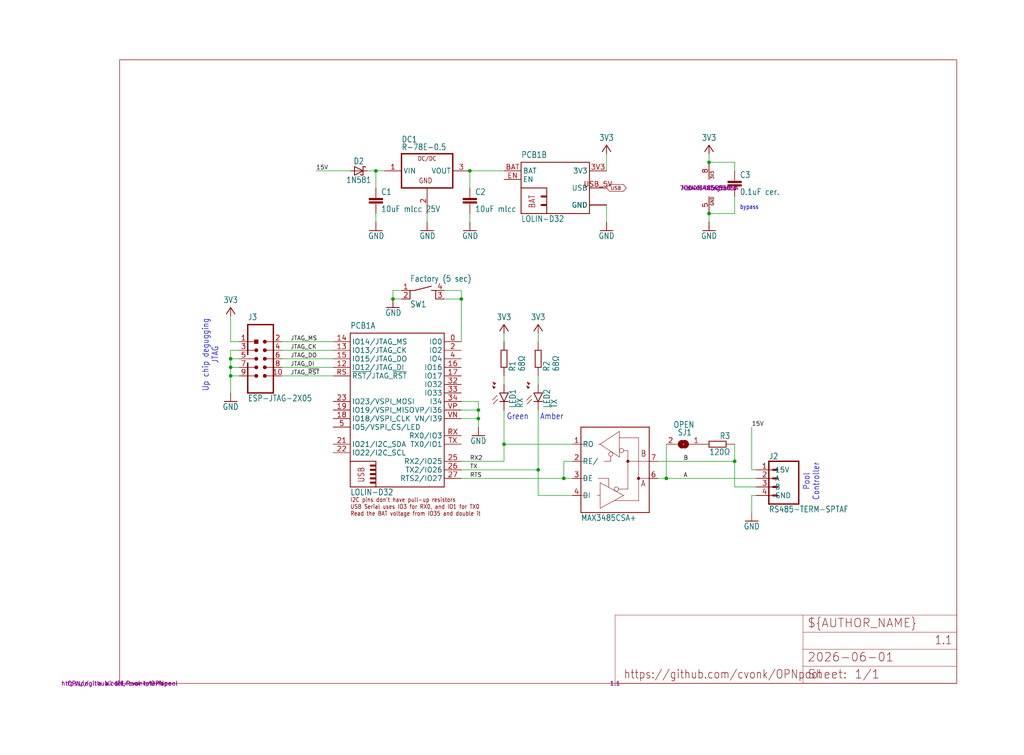
<source format=kicad_sch>
(kicad_sch (version 20250114) (generator "eeschema") (generator_version "9.0")
  (paper "User" 304.47 224.536)
  (lib_symbols
    (symbol "OPNpool_r3-eagle-import:1-1825910-4"
      (property "Reference" "SW" (at -2.5419 2.5438 0))
      (symbol "1-1825910-4_1_0"
        (polyline (pts (xy -2.54 0) (xy -2.54 -2.54)) (stroke (width 0.254)))
        (polyline (pts (xy -2.54 0) (xy -1.27 0)) (stroke (width 0.254)))
        (polyline (pts (xy -1.27 0) (xy 3.81 1.27)) (stroke (width 0.254)))
        (polyline (pts (xy 3.81 0) (xy 5.08 0)) (stroke (width 0.254)))
        (polyline (pts (xy 5.08 0) (xy 5.08 -2.54)) (stroke (width 0.254)))
        (pin passive line (at -5.08 0 0) (length 2.54) (name "1") (number "1"))
        (pin passive line (at -5.08 -2.54 0) (length 2.54) (name "2") (number "2"))
        (pin passive line (at 7.62 0 180) (length 2.54) (name "4") (number "4"))
        (pin passive line (at 7.62 -2.54 180) (length 2.54) (name "3") (number "3"))
      )
    )
    (symbol "OPNpool_r3-eagle-import:1N581"
      (property "Reference" "D" (at 0 1.905 0))
      (symbol "1N581_1_0"
        (polyline (pts (xy -1.27 1.27) (xy -1.27 -1.27)) (stroke (width 0.254)))
        (polyline (pts (xy -1.27 -1.27) (xy 1.27 0)) (stroke (width 0.254)))
        (polyline (pts (xy 0.635 -1.016) (xy 0.635 -1.27)) (stroke (width 0.254)))
        (polyline (pts (xy 1.27 1.27) (xy 1.27 0)) (stroke (width 0.254)))
        (polyline (pts (xy 1.27 0) (xy -1.27 1.27)) (stroke (width 0.254)))
        (polyline (pts (xy 1.27 0) (xy 1.27 -1.27)) (stroke (width 0.254)))
        (polyline (pts (xy 1.27 -1.27) (xy 0.635 -1.27)) (stroke (width 0.254)))
        (polyline (pts (xy 1.905 1.27) (xy 1.27 1.27)) (stroke (width 0.254)))
        (polyline (pts (xy 1.905 1.27) (xy 1.905 1.016)) (stroke (width 0.254)))
        (pin passive line (at -2.54 0 0) (length 2.54) (name "A") (number "A"))
        (pin passive line (at 2.54 0 180) (length 2.54) (name "C") (number "C"))
      )
    )
    (symbol "OPNpool_r3-eagle-import:3V3" (power)
      (symbol "3V3_1_0"
        (polyline (pts (xy 0 0) (xy -1.27 -1.905)) (stroke (width 0.254)))
        (polyline (pts (xy 1.27 -1.905) (xy 0 0)) (stroke (width 0.254)))
        (pin power_in line (at 0 -2.54 90) (length 2.54) (name "3V3") (number "1"))
      )
    )
    (symbol "OPNpool_r3-eagle-import:C-EUC0805K"
      (property "Reference" "C" (at 1.524 0.381 0))
      (symbol "C-EUC0805K_1_0"
        (rectangle (start -2.032 -1.016) (end 2.032 -0.508) (fill (type outline)))
        (rectangle (start -2.032 -2.032) (end 2.032 -1.524) (fill (type outline)))
        (polyline (pts (xy 0 0) (xy 0 -0.508)) (stroke (width 0.1524)))
        (polyline (pts (xy 0 -2.54) (xy 0 -2.032)) (stroke (width 0.1524)))
        (pin passive line (at 0 2.54 270) (length 2.54) (name "1") (number "1"))
        (pin passive line (at 0 -5.08 90) (length 2.54) (name "2") (number "2"))
      )
    )
    (symbol "OPNpool_r3-eagle-import:ESP-JTAG-2X05"
      (property "Reference" "J" (at 0 21.59 0))
      (symbol "ESP-JTAG-2X05_1_0"
        (polyline (pts (xy 0 20.32) (xy 0 15.24)) (stroke (width 0.4064)))
        (polyline (pts (xy 0 20.32) (xy 7.62 20.32)) (stroke (width 0.4064)))
        (polyline (pts (xy 0 15.24) (xy 0 12.7)) (stroke (width 0.4064)))
        (polyline (pts (xy 0 15.24) (xy 2.54 15.24)) (stroke (width 0.1778)))
        (polyline (pts (xy 0 12.7) (xy 0 11.43)) (stroke (width 0.4064)))
        (polyline (pts (xy 0 12.7) (xy 2.54 12.7)) (stroke (width 0.1778)))
        (polyline (pts (xy 0 10.16) (xy 2.54 10.16)) (stroke (width 0.1778)))
        (polyline (pts (xy 0 8.89) (xy 0 7.62)) (stroke (width 0.4064)))
        (polyline (pts (xy 0 7.62) (xy 0 5.08)) (stroke (width 0.4064)))
        (polyline (pts (xy 0 7.62) (xy 2.54 7.62)) (stroke (width 0.1778)))
        (polyline (pts (xy 0 5.08) (xy 0 0)) (stroke (width 0.4064)))
        (polyline (pts (xy 0 5.08) (xy 2.54 5.08)) (stroke (width 0.1778)))
        (rectangle (start 1.9812 14.6812) (end 3.0988 15.7988) (fill (type outline)))
        (circle (center 2.54 12.7) (radius 0.3175) (stroke (width 0.508)))
        (circle (center 2.54 10.16) (radius 0.3175) (stroke (width 0.508)))
        (circle (center 2.54 7.62) (radius 0.3175) (stroke (width 0.508)))
        (circle (center 2.54 5.08) (radius 0.3175) (stroke (width 0.508)))
        (polyline (pts (xy 5.08 15.24) (xy 7.62 15.24)) (stroke (width 0.1778)))
        (circle (center 5.08 15.24) (radius 0.3175) (stroke (width 0.508)))
        (polyline (pts (xy 5.08 12.7) (xy 7.62 12.7)) (stroke (width 0.1778)))
        (circle (center 5.08 12.7) (radius 0.3175) (stroke (width 0.508)))
        (polyline (pts (xy 5.08 10.16) (xy 7.62 10.16)) (stroke (width 0.1778)))
        (circle (center 5.08 10.16) (radius 0.3175) (stroke (width 0.508)))
        (polyline (pts (xy 5.08 7.62) (xy 7.62 7.62)) (stroke (width 0.1778)))
        (circle (center 5.08 7.62) (radius 0.3175) (stroke (width 0.508)))
        (polyline (pts (xy 5.08 5.08) (xy 7.62 5.08)) (stroke (width 0.1778)))
        (circle (center 5.08 5.08) (radius 0.3175) (stroke (width 0.508)))
        (polyline (pts (xy 7.62 15.24) (xy 7.62 20.32)) (stroke (width 0.4064)))
        (polyline (pts (xy 7.62 12.7) (xy 7.62 15.24)) (stroke (width 0.4064)))
        (polyline (pts (xy 7.62 10.16) (xy 7.62 12.7)) (stroke (width 0.4064)))
        (polyline (pts (xy 7.62 7.62) (xy 7.62 10.16)) (stroke (width 0.4064)))
        (polyline (pts (xy 7.62 5.08) (xy 7.62 7.62)) (stroke (width 0.4064)))
        (polyline (pts (xy 7.62 0) (xy 0 0)) (stroke (width 0.4064)))
        (polyline (pts (xy 7.62 0) (xy 7.62 5.08)) (stroke (width 0.4064)))
        (pin power_in line (at -2.54 15.24 0) (length 2.54) (name "3V3") (number "1"))
        (pin power_in line (at -2.54 12.7 0) (length 2.54) (name "GND") (number "3"))
        (pin power_in line (at -2.54 10.16 0) (length 2.54) (name "GND@1") (number "5"))
        (pin power_in line (at -2.54 7.62 0) (length 2.54) (name "GND@2") (number "7"))
        (pin power_in line (at -2.54 5.08 0) (length 2.54) (name "GND@3") (number "9"))
        (pin passive line (at 10.16 15.24 180) (length 2.54) (name "TMS") (number "2"))
        (pin passive line (at 10.16 12.7 180) (length 2.54) (name "TCK") (number "4"))
        (pin passive line (at 10.16 10.16 180) (length 2.54) (name "TDO") (number "6"))
        (pin passive line (at 10.16 7.62 180) (length 2.54) (name "TDI") (number "8"))
        (pin passive line (at 10.16 5.08 180) (length 2.54) (name "NC") (number "10"))
      )
    )
    (symbol "OPNpool_r3-eagle-import:FRAME_LETTER_L"
      (symbol "FRAME_LETTER_L_1_0"
        (polyline (pts (xy 0 185.42) (xy 248.92 185.42) (xy 248.92 0) (xy 0 0) (xy 0 185.42)))
      )
      (symbol "FRAME_LETTER_L_2_0"
        (polyline (pts (xy 0 20.32) (xy 0 0)) (stroke (width 0.1016)))
        (polyline (pts (xy 0 0) (xy 55.88 0)) (stroke (width 0.1016)))
        (polyline (pts (xy 55.88 20.32) (xy 0 20.32)) (stroke (width 0.1016)))
        (polyline (pts (xy 55.88 20.32) (xy 55.88 15.24)) (stroke (width 0.1016)))
        (polyline (pts (xy 55.88 15.24) (xy 55.88 10.16)) (stroke (width 0.1016)))
        (polyline (pts (xy 55.88 15.24) (xy 101.6 15.24)) (stroke (width 0.1016)))
        (polyline (pts (xy 55.88 10.16) (xy 55.88 5.08)) (stroke (width 0.1016)))
        (polyline (pts (xy 55.88 10.16) (xy 101.6 10.16)) (stroke (width 0.1016)))
        (polyline (pts (xy 55.88 5.08) (xy 55.88 0)) (stroke (width 0.1016)))
        (polyline (pts (xy 55.88 5.08) (xy 101.6 5.08)) (stroke (width 0.1016)))
        (polyline (pts (xy 55.88 0) (xy 101.6 0)) (stroke (width 0.1016)))
        (polyline (pts (xy 101.6 20.32) (xy 55.88 20.32)) (stroke (width 0.1016)))
        (polyline (pts (xy 101.6 20.32) (xy 101.6 15.24)) (stroke (width 0.1016)))
        (polyline (pts (xy 101.6 15.24) (xy 101.6 10.16)) (stroke (width 0.1016)))
        (polyline (pts (xy 101.6 10.16) (xy 101.6 5.08)) (stroke (width 0.1016)))
        (polyline (pts (xy 101.6 5.08) (xy 101.6 0)) (stroke (width 0.1016)))
        (text "${DESCRIPTION}" (at 2.54 16.51 0) (effects (font (size 1.778 1.5113)) (justify left bottom)))
        (text "${URL}" (at 2.54 1.27 0) (effects (font (size 2.54 2.159)) (justify left bottom)))
        (text "${AUTHOR_NAME}" (at 57.15 16.51 0) (effects (font (size 2.54 2.54)) (justify left bottom)))
        (text "${PROJECTNAME}" (at 57.15 11.43 0) (effects (font (size 2.54 2.54)) (justify left bottom)))
        (text "${CURRENT_DATE}" (at 57.15 6.35 0) (effects (font (size 2.54 2.54)) (justify left bottom)))
        (text "Sheet:" (at 57.15 1.27 0) (effects (font (size 2.54 2.54)) (justify left bottom)))
        (text "${#}/${##}" (at 71.12 1.27 0) (effects (font (size 2.54 2.54)) (justify left bottom)))
        (text "${REV}" (at 100.33 11.43 0) (effects (font (size 2.54 2.159)) (justify right bottom)))
      )
    )
    (symbol "OPNpool_r3-eagle-import:GND" (power)
      (symbol "GND_1_0"
        (polyline (pts (xy -1.905 0) (xy 1.905 0)) (stroke (width 0.254)))
        (pin power_in line (at 0 2.54 270) (length 2.54) (name "GND") (number "1"))
      )
    )
    (symbol "OPNpool_r3-eagle-import:LEDCHIPLED_0805"
      (property "Reference" "LED" (at 3.556 -4.572 90))
      (symbol "LEDCHIPLED_0805_1_0"
        (polyline (pts (xy -3.429 2.159) (xy -3.048 1.27) (xy -2.54 1.778)) (stroke (width 0.1524)) (fill (type outline)))
        (polyline (pts (xy -3.302 3.302) (xy -2.921 2.413) (xy -2.413 2.921)) (stroke (width 0.1524)) (fill (type outline)))
        (polyline (pts (xy -2.032 -0.762) (xy -3.429 -2.159)) (stroke (width 0.1524)))
        (polyline (pts (xy -1.905 -1.905) (xy -3.302 -3.302)) (stroke (width 0.1524)))
        (polyline (pts (xy 0 0) (xy -1.27 0)) (stroke (width 0.254)))
        (polyline (pts (xy 0 -2.54) (xy -1.27 0)) (stroke (width 0.254)))
        (polyline (pts (xy 0 -2.54) (xy -1.27 -2.54)) (stroke (width 0.254)))
        (polyline (pts (xy 1.27 0) (xy 0 0)) (stroke (width 0.254)))
        (polyline (pts (xy 1.27 0) (xy 0 -2.54)) (stroke (width 0.254)))
        (polyline (pts (xy 1.27 -2.54) (xy 0 -2.54)) (stroke (width 0.254)))
        (pin passive line (at 0 2.54 270) (length 2.54) (name "A") (number "A"))
        (pin passive line (at 0 -5.08 90) (length 2.54) (name "C") (number "C"))
      )
    )
    (symbol "OPNpool_r3-eagle-import:LOLIN-D32"
      (property "Reference" "PCB" (at 0 16.51 0))
      (symbol "LOLIN-D32_1_0"
        (polyline (pts (xy 0 45.72) (xy 0 7.62)) (stroke (width 0.254)))
        (polyline (pts (xy 0 7.62) (xy 0 0)) (stroke (width 0.254)))
        (polyline (pts (xy 6.096 6.35) (xy 7.366 6.35)) (stroke (width 0.6096)))
        (polyline (pts (xy 6.096 5.08) (xy 7.366 5.08)) (stroke (width 0.6096)))
        (polyline (pts (xy 6.096 3.81) (xy 7.366 3.81)) (stroke (width 0.6096)))
        (polyline (pts (xy 6.096 2.54) (xy 7.366 2.54)) (stroke (width 0.6096)))
        (polyline (pts (xy 6.096 1.27) (xy 7.366 1.27)) (stroke (width 0.6096)))
        (polyline (pts (xy 7.62 7.62) (xy 0 7.62)) (stroke (width 0.254)))
        (polyline (pts (xy 7.62 7.62) (xy 7.62 0)) (stroke (width 0.254)))
        (polyline (pts (xy 7.62 0) (xy 0 0)) (stroke (width 0.254)))
        (polyline (pts (xy 7.62 0) (xy 27.94 0)) (stroke (width 0.254)))
        (polyline (pts (xy 27.94 45.72) (xy 0 45.72)) (stroke (width 0.254)))
        (polyline (pts (xy 27.94 0) (xy 27.94 45.72)) (stroke (width 0.254)))
        (text "I2C pins don't have pull-up resistors\nUSB Serial uses IO3 for RX0, and IO1 for TX0\nRead the BAT voltage from IO35 and double it" (at 0 -8.636 0) (effects (font (size 1.27 1.0795)) (justify left bottom)))
        (text "USB" (at 4.318 1.27 900) (effects (font (size 1.778 1.5113)) (justify left bottom)))
        (pin bidirectional line (at -5.08 43.18 0) (length 5.08) (name "IO14/JTAG_MS") (number "14"))
        (pin bidirectional line (at -5.08 40.64 0) (length 5.08) (name "IO13/JTAG_CK") (number "13"))
        (pin bidirectional line (at -5.08 38.1 0) (length 5.08) (name "IO15/JTAG_DO") (number "15"))
        (pin bidirectional line (at -5.08 35.56 0) (length 5.08) (name "IO12/JTAG_DI") (number "12"))
        (pin input line (at -5.08 33.02 0) (length 5.08) (name "~{RST/}JTAG_~{RST}") (number "RS"))
        (pin bidirectional line (at -5.08 25.4 0) (length 5.08) (name "IO23/VSPI_MOSI") (number "23"))
        (pin bidirectional line (at -5.08 22.86 0) (length 5.08) (name "IO19/VSPI_MISO") (number "19"))
        (pin bidirectional line (at -5.08 20.32 0) (length 5.08) (name "IO18/VSPI_CLK") (number "18"))
        (pin bidirectional line (at -5.08 17.78 0) (length 5.08) (name "IO5/VSPI_CS/LED") (number "5"))
        (pin bidirectional line (at -5.08 12.7 0) (length 5.08) (name "IO21/I2C_SDA") (number "21"))
        (pin bidirectional line (at -5.08 10.16 0) (length 5.08) (name "IO22/I2C_SCL") (number "22"))
        (pin bidirectional line (at 33.02 43.18 180) (length 5.08) (name "IO0") (number "0"))
        (pin bidirectional line (at 33.02 40.64 180) (length 5.08) (name "IO2") (number "2"))
        (pin bidirectional line (at 33.02 38.1 180) (length 5.08) (name "IO4") (number "4"))
        (pin bidirectional line (at 33.02 35.56 180) (length 5.08) (name "IO16") (number "16"))
        (pin bidirectional line (at 33.02 33.02 180) (length 5.08) (name "IO17") (number "17"))
        (pin bidirectional line (at 33.02 30.48 180) (length 5.08) (name "IO32") (number "32"))
        (pin bidirectional line (at 33.02 27.94 180) (length 5.08) (name "IO33") (number "33"))
        (pin input line (at 33.02 25.4 180) (length 5.08) (name "I34") (number "34"))
        (pin input line (at 33.02 22.86 180) (length 5.08) (name "VP/I36") (number "VP"))
        (pin input line (at 33.02 20.32 180) (length 5.08) (name "VN/I39") (number "VN"))
        (pin bidirectional line (at 33.02 15.24 180) (length 5.08) (name "RX0/IO3") (number "RX"))
        (pin bidirectional line (at 33.02 12.7 180) (length 5.08) (name "TX0/IO1") (number "TX"))
        (pin bidirectional line (at 33.02 7.62 180) (length 5.08) (name "RX2/IO25") (number "25"))
        (pin bidirectional line (at 33.02 5.08 180) (length 5.08) (name "TX2/IO26") (number "26"))
        (pin bidirectional line (at 33.02 2.54 180) (length 5.08) (name "RTS2/IO27") (number "27"))
      )
      (symbol "LOLIN-D32_2_0"
        (polyline (pts (xy 0 15.24) (xy 0 7.62)) (stroke (width 0.254)))
        (polyline (pts (xy 0 7.62) (xy 0 0)) (stroke (width 0.254)))
        (polyline (pts (xy 0 0) (xy 7.62 0)) (stroke (width 0.254)))
        (polyline (pts (xy 6.096 5.08) (xy 7.366 5.08)) (stroke (width 0.6096)))
        (polyline (pts (xy 6.096 2.54) (xy 7.366 2.54)) (stroke (width 0.6096)))
        (polyline (pts (xy 7.62 7.62) (xy 0 7.62)) (stroke (width 0.254)))
        (polyline (pts (xy 7.62 7.62) (xy 7.62 0)) (stroke (width 0.254)))
        (polyline (pts (xy 7.62 0) (xy 20.32 0)) (stroke (width 0.254)))
        (polyline (pts (xy 20.32 15.24) (xy 0 15.24)) (stroke (width 0.254)))
        (polyline (pts (xy 20.32 0) (xy 20.32 15.24)) (stroke (width 0.254)))
        (text "BAT" (at 4.318 1.524 900) (effects (font (size 1.778 1.5113)) (justify left bottom)))
        (pin power_in line (at -5.08 12.7 0) (length 5.08) (name "BAT") (number "BAT"))
        (pin passive line (at -5.08 10.16 0) (length 5.08) (name "EN") (number "EN"))
        (pin power_in line (at 25.4 12.7 180) (length 5.08) (name "3V3") (number "3V3"))
        (pin power_in line (at 25.4 7.62 180) (length 5.08) (name "USB") (number "USB_5V"))
        (pin power_in line (at 25.4 2.54 180) (length 5.08) (name "GND") (number "GND"))
        (pin power_in line (at 25.4 2.54 180) (length 5.08) (name "GND") (number "GND@1"))
        (pin power_in line (at 25.4 2.54 180) (length 5.08) (name "GND") (number "GND@2"))
      )
    )
    (symbol "OPNpool_r3-eagle-import:MAX3485CSA+"
      (symbol "MAX3485CSA+_1_0"
        (polyline (pts (xy 0 25.4) (xy 20.32 25.4)) (stroke (width 0.254)))
        (polyline (pts (xy 0 20.32) (xy 0 25.4)) (stroke (width 0.254)))
        (polyline (pts (xy 0 20.32) (xy 1.778 20.32)) (stroke (width 0.127)))
        (polyline (pts (xy 0 15.24) (xy 0 20.32)) (stroke (width 0.254)))
        (polyline (pts (xy 0 15.24) (xy 1.778 15.24)) (stroke (width 0.127)))
        (polyline (pts (xy 0 10.16) (xy 0 15.24)) (stroke (width 0.254)))
        (polyline (pts (xy 0 10.16) (xy 1.651 10.16)) (stroke (width 0.127)))
        (polyline (pts (xy 0 5.08) (xy 0 10.16)) (stroke (width 0.254)))
        (polyline (pts (xy 0 5.08) (xy 1.651 5.08)) (stroke (width 0.127)))
        (polyline (pts (xy 0 0) (xy 0 5.08)) (stroke (width 0.254)))
        (polyline (pts (xy 4.826 5.08) (xy 5.715 5.08)) (stroke (width 0.127)))
        (polyline (pts (xy 5.08 10.16) (xy 8.255 10.16)) (stroke (width 0.127)))
        (polyline (pts (xy 5.207 20.32) (xy 5.715 20.32)) (stroke (width 0.127)))
        (polyline (pts (xy 5.715 20.32) (xy 11.43 24.13)) (stroke (width 0.127)))
        (polyline (pts (xy 5.715 8.89) (xy 12.7 5.08)) (stroke (width 0.127)))
        (polyline (pts (xy 5.715 5.08) (xy 5.715 8.89)) (stroke (width 0.127)))
        (polyline (pts (xy 5.715 1.27) (xy 5.715 5.08)) (stroke (width 0.127)))
        (polyline (pts (xy 6.858 15.24) (xy 8.89 15.24)) (stroke (width 0.127)))
        (polyline (pts (xy 8.255 10.16) (xy 8.255 7.493)) (stroke (width 0.127)))
        (circle (center 8.89 17.399) (radius 0.635) (stroke (width 0.127)))
        (polyline (pts (xy 8.89 15.24) (xy 8.89 16.764)) (stroke (width 0.127)))
        (polyline (pts (xy 10.16 3.556) (xy 17.145 3.556)) (stroke (width 0.127)))
        (circle (center 10.541 6.985) (radius 0.635) (stroke (width 0.127)))
        (polyline (pts (xy 11.176 6.985) (xy 13.97 6.985)) (stroke (width 0.127)))
        (polyline (pts (xy 11.43 24.13) (xy 11.43 22.225)) (stroke (width 0.127)))
        (polyline (pts (xy 11.43 22.225) (xy 11.43 16.51)) (stroke (width 0.127)))
        (polyline (pts (xy 11.43 22.225) (xy 17.145 22.225)) (stroke (width 0.127)))
        (polyline (pts (xy 11.43 16.51) (xy 5.715 20.32)) (stroke (width 0.127)))
        (circle (center 12.065 18.415) (radius 0.635) (stroke (width 0.127)))
        (polyline (pts (xy 12.7 5.08) (xy 5.715 1.27)) (stroke (width 0.127)))
        (polyline (pts (xy 13.97 18.415) (xy 12.7 18.415)) (stroke (width 0.127)))
        (polyline (pts (xy 13.97 15.24) (xy 13.97 18.415)) (stroke (width 0.127)))
        (circle (center 13.97 15.24) (radius 0.254) (stroke (width 0.4064)))
        (polyline (pts (xy 13.97 6.985) (xy 13.97 15.24)) (stroke (width 0.127)))
        (polyline (pts (xy 17.145 10.16) (xy 17.145 22.225)) (stroke (width 0.127)))
        (circle (center 17.145 10.16) (radius 0.254) (stroke (width 0.4064)))
        (polyline (pts (xy 17.145 3.556) (xy 17.145 10.16)) (stroke (width 0.127)))
        (polyline (pts (xy 20.32 25.4) (xy 20.32 15.24)) (stroke (width 0.254)))
        (polyline (pts (xy 20.32 15.24) (xy 13.97 15.24)) (stroke (width 0.127)))
        (polyline (pts (xy 20.32 15.24) (xy 20.32 10.16)) (stroke (width 0.254)))
        (polyline (pts (xy 20.32 10.16) (xy 17.145 10.16)) (stroke (width 0.127)))
        (polyline (pts (xy 20.32 10.16) (xy 20.32 0)) (stroke (width 0.254)))
        (polyline (pts (xy 20.32 0) (xy 0 0)) (stroke (width 0.254)))
        (text "B" (at 17.78 16.51 0) (effects (font (size 1.778 1.5113)) (justify left bottom)))
        (text "A" (at 17.78 7.62 0) (effects (font (size 1.778 1.5113)) (justify left bottom)))
        (pin output line (at -2.54 20.32 0) (length 2.54) (name "RO") (number "1"))
        (pin input line (at -2.54 15.24 0) (length 2.54) (name "RE/") (number "2"))
        (pin input line (at -2.54 10.16 0) (length 2.54) (name "DE") (number "3"))
        (pin input line (at -2.54 5.08 0) (length 2.54) (name "DI") (number "4"))
        (pin passive line (at 22.86 15.24 180) (length 2.54) (name "B") (number "7"))
        (pin passive line (at 22.86 10.16 180) (length 2.54) (name "A") (number "6"))
      )
      (symbol "MAX3485CSA+_2_0"
        (text "3V3" (at 1.524 2.54 900) (effects (font (size 1.016 0.8636)) (justify left bottom)))
        (text "GND" (at 1.524 -2.54 900) (effects (font (size 1.016 0.8636)) (justify right bottom)))
        (pin passive line (at 0 7.62 270) (length 5.08) (name "VCC") (number "8"))
        (pin power_in line (at 0 -7.62 90) (length 5.08) (name "GND") (number "5"))
      )
    )
    (symbol "OPNpool_r3-eagle-import:R-78E-0.5"
      (property "Reference" "DC" (at 0 10.922 0))
      (symbol "R-78E-0.5_1_0"
        (polyline (pts (xy 0 10.16) (xy 15.24 10.16)) (stroke (width 0.4064)))
        (polyline (pts (xy 0 0) (xy 0 10.16)) (stroke (width 0.4064)))
        (polyline (pts (xy 15.24 10.16) (xy 15.24 0)) (stroke (width 0.4064)))
        (polyline (pts (xy 15.24 0) (xy 0 0)) (stroke (width 0.4064)))
        (text "GND" (at 5.08 1.27 0) (effects (font (size 1.524 1.2954)) (justify left bottom)))
        (text "DC/DC" (at 7.62 8.001 0) (effects (font (size 1.27 1.0795)) (justify bottom)))
        (pin power_in line (at -5.08 5.08 0) (length 5.08) (name "VIN") (number "1"))
        (pin power_in line (at 7.62 -7.62 90) (length 7.62) (name "GND") (number "2"))
        (pin power_in line (at 20.32 5.08 180) (length 5.08) (name "VOUT") (number "3"))
      )
    )
    (symbol "OPNpool_r3-eagle-import:R-EU_R0805"
      (property "Reference" "R" (at -3.81 1.4986 0))
      (symbol "R-EU_R0805_1_0"
        (polyline (pts (xy -2.54 -0.889) (xy -2.54 0.889)) (stroke (width 0.254)))
        (polyline (pts (xy -2.54 -0.889) (xy 2.54 -0.889)) (stroke (width 0.254)))
        (polyline (pts (xy 2.54 0.889) (xy -2.54 0.889)) (stroke (width 0.254)))
        (polyline (pts (xy 2.54 -0.889) (xy 2.54 0.889)) (stroke (width 0.254)))
        (pin passive line (at -5.08 0 0) (length 2.54) (name "1") (number "1"))
        (pin passive line (at 5.08 0 180) (length 2.54) (name "2") (number "2"))
      )
    )
    (symbol "OPNpool_r3-eagle-import:RS485-TERM-SPTAF"
      (property "Reference" "J" (at 0 13.208 0))
      (symbol "RS485-TERM-SPTAF_1_0"
        (polyline (pts (xy 0 12.7) (xy 0 0)) (stroke (width 0.4064)))
        (polyline (pts (xy 0 12.7) (xy 8.89 12.7)) (stroke (width 0.4064)))
        (polyline (pts (xy 1.27 10.16) (xy 2.54 10.16)) (stroke (width 0.6096)))
        (polyline (pts (xy 1.27 7.62) (xy 2.54 7.62)) (stroke (width 0.6096)))
        (polyline (pts (xy 2.54 5.08) (xy 1.27 5.08)) (stroke (width 0.6096)))
        (polyline (pts (xy 2.54 2.54) (xy 1.27 2.54)) (stroke (width 0.6096)))
        (polyline (pts (xy 8.89 0) (xy 0 0)) (stroke (width 0.4064)))
        (polyline (pts (xy 8.89 0) (xy 8.89 12.7)) (stroke (width 0.4064)))
        (pin power_in line (at -3.81 10.16 0) (length 5.08) (name "15V") (number "1"))
        (pin passive line (at -3.81 7.62 0) (length 5.08) (name "A") (number "2"))
        (pin passive line (at -3.81 5.08 0) (length 5.08) (name "B") (number "3"))
        (pin power_in line (at -3.81 2.54 0) (length 5.08) (name "GND") (number "4"))
      )
    )
    (symbol "OPNpool_r3-eagle-import:SJ"
      (property "Reference" "SJ" (at -2.54 2.54 0))
      (symbol "SJ_1_0"
        (polyline (pts (xy -2.54 0) (xy -1.651 0)) (stroke (width 0.1524)))
        (arc (start -0.381 -0.635) (mid -1.0159 0.0001) (end -0.3808 0.635) (stroke (width 1.27)))
        (arc (start 0.381 0.635) (mid 1.0159 -0.0001) (end 0.3808 -0.635) (stroke (width 1.27)))
        (polyline (pts (xy 2.54 0) (xy 1.651 0)) (stroke (width 0.1524)))
        (pin passive line (at -5.08 0 0) (length 2.54) (name "1") (number "1"))
        (pin passive line (at 5.08 0 180) (length 2.54) (name "2") (number "2"))
      )
    )
    (symbol "OPNpool_r3-eagle-import:supply1_371_GND" (power)
      (symbol "supply1_371_GND_1_0"
        (polyline (pts (xy -1.905 0) (xy 1.905 0)) (stroke (width 0.254)))
        (pin power_in line (at 0 2.54 270) (length 2.54) (name "GND") (number "1"))
      )
    )
  )
  (text "Amber" (at 164.084 122.936 0) (effects (font (size 1.778 1.5113)) (justify top)))
  (text "Green" (at 153.924 122.936 0) (effects (font (size 1.778 1.5113)) (justify top)))
  (text "Pool\nController" (at 238.76 143.256 90) (effects (font (size 1.778 1.5113)) (justify top)))
  (text "bypass" (at 219.964 62.484 0) (effects (font (size 1.27 1.0795)) (justify left bottom)))
  (text "Up chip degugging\nJTAG" (at 65.024 105.664 90) (effects (font (size 1.778 1.5113)) (justify bottom)))
  (junction (at 137.16 88.9))
  (junction (at 149.86 132.08))
  (junction (at 198.12 142.24))
  (junction (at 111.76 50.8))
  (junction (at 210.82 63.5))
  (junction (at 68.58 109.22))
  (junction (at 68.58 111.76))
  (junction (at 116.84 88.9))
  (junction (at 218.44 137.16))
  (junction (at 142.24 121.92))
  (junction (at 142.24 124.46))
  (junction (at 160.02 139.7))
  (junction (at 210.82 48.26))
  (junction (at 139.7 50.8))
  (junction (at 167.64 142.24))
  (junction (at 68.58 106.68))
  (wire (pts (xy 109.22 50.8) (xy 111.76 50.8)) (stroke (width 0.1524)))
  (wire (pts (xy 83.82 104.14) (xy 99.06 104.14)) (stroke (width 0.1524)))
  (wire (pts (xy 142.24 119.38) (xy 142.24 121.92)) (stroke (width 0.1524)))
  (wire (pts (xy 137.16 139.7) (xy 160.02 139.7)) (stroke (width 0.1524)))
  (wire (pts (xy 149.86 132.08) (xy 149.86 137.16)) (stroke (width 0.1524)))
  (wire (pts (xy 218.44 48.26) (xy 210.82 48.26)) (stroke (width 0.1524)))
  (wire (pts (xy 218.44 137.16) (xy 218.44 144.78)) (stroke (width 0.1524)))
  (wire (pts (xy 223.52 127) (xy 223.52 139.7)) (stroke (width 0.1524)))
  (wire (pts (xy 137.16 101.6) (xy 137.16 88.9)) (stroke (width 0.1524)))
  (wire (pts (xy 116.84 86.36) (xy 119.38 86.36)) (stroke (width 0.1524)))
  (wire (pts (xy 180.34 45.72) (xy 180.34 50.8)) (stroke (width 0.1524)))
  (wire (pts (xy 195.58 137.16) (xy 218.44 137.16)) (stroke (width 0.1524)))
  (wire (pts (xy 127 66.04) (xy 127 63.5)) (stroke (width 0.1524)))
  (wire (pts (xy 195.58 142.24) (xy 198.12 142.24)) (stroke (width 0.1524)))
  (wire (pts (xy 137.16 137.16) (xy 149.86 137.16)) (stroke (width 0.1524)))
  (wire (pts (xy 218.44 63.5) (xy 218.44 58.42)) (stroke (width 0.1524)))
  (wire (pts (xy 68.58 104.14) (xy 68.58 106.68)) (stroke (width 0.1524)))
  (wire (pts (xy 137.16 142.24) (xy 167.64 142.24)) (stroke (width 0.1524)))
  (wire (pts (xy 218.44 63.5) (xy 210.82 63.5)) (stroke (width 0.1524)))
  (wire (pts (xy 137.16 121.92) (xy 142.24 121.92)) (stroke (width 0.1524)))
  (wire (pts (xy 218.44 48.26) (xy 218.44 50.8)) (stroke (width 0.1524)))
  (wire (pts (xy 137.16 124.46) (xy 142.24 124.46)) (stroke (width 0.1524)))
  (wire (pts (xy 170.18 147.32) (xy 160.02 147.32)) (stroke (width 0.1524)))
  (wire (pts (xy 210.82 45.72) (xy 210.82 48.26)) (stroke (width 0.1524)))
  (wire (pts (xy 180.34 60.96) (xy 180.34 66.04)) (stroke (width 0.1524)))
  (wire (pts (xy 170.18 132.08) (xy 149.86 132.08)) (stroke (width 0.1524)))
  (wire (pts (xy 71.12 104.14) (xy 68.58 104.14)) (stroke (width 0.1524)))
  (wire (pts (xy 149.86 111.76) (xy 149.86 114.3)) (stroke (width 0.1524)))
  (wire (pts (xy 218.44 144.78) (xy 224.79 144.78)) (stroke (width 0.1524)))
  (wire (pts (xy 198.12 142.24) (xy 224.79 142.24)) (stroke (width 0.1524)))
  (wire (pts (xy 167.64 142.24) (xy 167.64 137.16)) (stroke (width 0.1524)))
  (wire (pts (xy 71.12 106.68) (xy 68.58 106.68)) (stroke (width 0.1524)))
  (wire (pts (xy 167.64 137.16) (xy 170.18 137.16)) (stroke (width 0.1524)))
  (wire (pts (xy 160.02 139.7) (xy 160.02 147.32)) (stroke (width 0.1524)))
  (wire (pts (xy 149.86 121.92) (xy 149.86 132.08)) (stroke (width 0.1524)))
  (wire (pts (xy 137.16 86.36) (xy 132.08 86.36)) (stroke (width 0.1524)))
  (wire (pts (xy 71.12 111.76) (xy 68.58 111.76)) (stroke (width 0.1524)))
  (wire (pts (xy 68.58 109.22) (xy 68.58 111.76)) (stroke (width 0.1524)))
  (wire (pts (xy 139.7 63.5) (xy 139.7 66.04)) (stroke (width 0.1524)))
  (wire (pts (xy 68.58 93.98) (xy 68.58 101.6)) (stroke (width 0.1524)))
  (wire (pts (xy 210.82 66.04) (xy 210.82 63.5)) (stroke (width 0.1524)))
  (wire (pts (xy 111.76 50.8) (xy 114.3 50.8)) (stroke (width 0.1524)))
  (wire (pts (xy 83.82 106.68) (xy 99.06 106.68)) (stroke (width 0.1524)))
  (wire (pts (xy 149.86 99.06) (xy 149.86 101.6)) (stroke (width 0.1524)))
  (wire (pts (xy 170.18 142.24) (xy 167.64 142.24)) (stroke (width 0.1524)))
  (wire (pts (xy 83.82 109.22) (xy 99.06 109.22)) (stroke (width 0.1524)))
  (wire (pts (xy 71.12 109.22) (xy 68.58 109.22)) (stroke (width 0.1524)))
  (wire (pts (xy 160.02 99.06) (xy 160.02 101.6)) (stroke (width 0.1524)))
  (wire (pts (xy 119.38 88.9) (xy 116.84 88.9)) (stroke (width 0.1524)))
  (wire (pts (xy 116.84 86.36) (xy 116.84 88.9)) (stroke (width 0.1524)))
  (wire (pts (xy 223.52 147.32) (xy 224.79 147.32)) (stroke (width 0.1524)))
  (wire (pts (xy 142.24 121.92) (xy 142.24 124.46)) (stroke (width 0.1524)))
  (wire (pts (xy 223.52 152.4) (xy 223.52 147.32)) (stroke (width 0.1524)))
  (wire (pts (xy 223.52 139.7) (xy 224.79 139.7)) (stroke (width 0.1524)))
  (wire (pts (xy 104.14 50.8) (xy 93.98 50.8)) (stroke (width 0.1524)))
  (wire (pts (xy 137.16 119.38) (xy 142.24 119.38)) (stroke (width 0.1524)))
  (wire (pts (xy 160.02 111.76) (xy 160.02 114.3)) (stroke (width 0.1524)))
  (wire (pts (xy 139.7 55.88) (xy 139.7 50.8)) (stroke (width 0.1524)))
  (wire (pts (xy 198.12 132.08) (xy 198.12 142.24)) (stroke (width 0.1524)))
  (wire (pts (xy 111.76 55.88) (xy 111.76 50.8)) (stroke (width 0.1524)))
  (wire (pts (xy 68.58 101.6) (xy 71.12 101.6)) (stroke (width 0.1524)))
  (wire (pts (xy 142.24 124.46) (xy 142.24 127)) (stroke (width 0.1524)))
  (wire (pts (xy 111.76 66.04) (xy 111.76 63.5)) (stroke (width 0.1524)))
  (wire (pts (xy 139.7 50.8) (xy 149.86 50.8)) (stroke (width 0.1524)))
  (wire (pts (xy 218.44 132.08) (xy 218.44 137.16)) (stroke (width 0.1524)))
  (wire (pts (xy 132.08 88.9) (xy 137.16 88.9)) (stroke (width 0.1524)))
  (wire (pts (xy 160.02 121.92) (xy 160.02 139.7)) (stroke (width 0.1524)))
  (wire (pts (xy 137.16 88.9) (xy 137.16 86.36)) (stroke (width 0.1524)))
  (wire (pts (xy 68.58 111.76) (xy 68.58 116.84)) (stroke (width 0.1524)))
  (wire (pts (xy 68.58 106.68) (xy 68.58 109.22)) (stroke (width 0.1524)))
  (wire (pts (xy 83.82 101.6) (xy 99.06 101.6)) (stroke (width 0.1524)))
  (wire (pts (xy 83.82 111.76) (xy 99.06 111.76)) (stroke (width 0.1524)))
  (label "TX" (at 139.7 139.7 0) (effects (font (size 1.2446 1.2446))))
  (label "15V" (at 93.98 50.8 0) (effects (font (size 1.2446 1.2446))))
  (label "JTAG_~{RST}" (at 86.36 111.76 0) (effects (font (size 1.2446 1.2446))))
  (label "RTS" (at 139.7 142.24 0) (effects (font (size 1.2446 1.2446))))
  (label "A" (at 203.2 142.24 0) (effects (font (size 1.2446 1.2446))))
  (label "JTAG_CK" (at 86.36 104.14 0) (effects (font (size 1.2446 1.2446))))
  (label "15V" (at 223.52 127 0) (effects (font (size 1.2446 1.2446))))
  (label "B" (at 203.2 137.16 0) (effects (font (size 1.2446 1.2446))))
  (label "JTAG_MS" (at 86.36 101.6 0) (effects (font (size 1.2446 1.2446))))
  (label "JTAG_DI" (at 86.36 109.22 0) (effects (font (size 1.2446 1.2446))))
  (label "JTAG_DO" (at 86.36 106.68 0) (effects (font (size 1.2446 1.2446))))
  (label "RX2" (at 139.7 137.16 0) (effects (font (size 1.2446 1.2446))))
  (global_label "USB" (shape bidirectional) (at 180.34 55.88 0) (effects (font (size 1.016 1.016))) (property "Intersheetrefs" "${INTERSHEET_REFS}" (effects (hide yes))))
  (symbol (lib_id "OPNpool_r3-eagle-import:supply1_371_GND") (at 127 68.58 0) (mirror y) (unit 1)
    (property "Reference" "#GND10" (effects (hide yes)))
    (property "Value" "GND" (at 129.54 71.12 0) (effects (font (size 1.778 1.5113)) (justify left bottom)))
  )
  (symbol (lib_id "OPNpool_r3-eagle-import:LEDCHIPLED_0805") (at 149.86 116.84 0) (unit 1)
    (property "Reference" "LED1" (at 153.416 121.412 90) (effects (font (size 1.778 1.5113)) (justify left bottom)))
    (property "Value" "RX" (at 155.575 121.412 90) (effects (font (size 1.778 1.5113)) (justify left bottom)))
    (property "Footprint" "OPNpool_r3:CHIPLED_0805" (effects (hide yes)))
  )
  (symbol (lib_id "OPNpool_r3-eagle-import:R-EU_R0805") (at 149.86 106.68 270) (mirror x) (unit 1)
    (property "Reference" "R1" (at 151.3586 110.49 0) (effects (font (size 1.778 1.5113)) (justify left bottom)))
    (property "Value" "68Ω" (at 154.178 110.49 0) (effects (font (size 1.778 1.5113)) (justify left bottom)))
    (property "Footprint" "OPNpool_r3:R0805" (effects (hide yes)))
    (property "MANF" "Bourns" (effects (hide yes)))
    (property "MANF#" "CRM0805-JW-1R5ELF" (effects (hide yes)))
    (property "MOUSER#" "652-CRM0805JW1R5ELF" (effects (hide yes)))
  )
  (symbol (lib_id "OPNpool_r3-eagle-import:1-1825910-4") (at 124.46 86.36 0) (unit 1)
    (property "Reference" "SW1" (at 121.918 91.4362 0) (effects (font (size 1.8013 1.5311)) (justify left bottom)))
    (property "Value" "Factory (5 sec)" (at 121.9181 83.8237 0) (effects (font (size 1.8012 1.531)) (justify left bottom)))
    (property "Footprint" "OPNpool_r3:TE_1-1825910-4" (effects (hide yes)))
  )
  (symbol (lib_id "OPNpool_r3-eagle-import:LOLIN-D32") (at 104.14 144.78 0) (unit 1)
    (property "Reference" "PCB1" (at 104.14 97.79 0) (effects (font (size 1.778 1.5113)) (justify left bottom)))
    (property "Value" "LOLIN-D32" (at 104.14 147.32 0) (effects (font (size 1.778 1.5113)) (justify left bottom)))
    (property "Footprint" "OPNpool_r3:LOLIN-D32" (effects (hide yes)))
  )
  (symbol (lib_id "OPNpool_r3-eagle-import:C-EUC0805K") (at 111.76 58.42 0) (unit 1)
    (property "Reference" "C1" (at 113.284 58.039 0) (effects (font (size 1.778 1.5113)) (justify left bottom)))
    (property "Value" "10uF mlcc 25V" (at 113.284 63.119 0) (effects (font (size 1.778 1.5113)) (justify left bottom)))
    (property "Footprint" "OPNpool_r3:C0805K" (effects (hide yes)))
    (property "MANF" "Murata Electronics" (effects (hide yes)))
    (property "MANF#" "GJ821BR61E106KE11L" (effects (hide yes)))
    (property "MOUSER#" "81-GJ821BR61E106KE1L" (effects (hide yes)))
  )
  (symbol (lib_id "OPNpool_r3-eagle-import:supply1_371_GND") (at 116.84 91.44 0) (mirror y) (unit 1)
    (property "Reference" "#GND4" (effects (hide yes)))
    (property "Value" "GND" (at 119.38 93.98 0) (effects (font (size 1.778 1.5113)) (justify left bottom)))
  )
  (symbol (lib_id "OPNpool_r3-eagle-import:RS485-TERM-SPTAF") (at 228.6 149.86 0) (unit 1)
    (property "Reference" "J2" (at 228.6 136.652 0) (effects (font (size 1.778 1.5113)) (justify left bottom)))
    (property "Value" "RS485-TERM-SPTAF" (at 228.6 152.4 0) (effects (font (size 1.778 1.5113)) (justify left bottom)))
    (property "Footprint" "OPNpool_r3:SPTAF1_4-5,0-LL" (effects (hide yes)))
    (property "MANF" "Phoenix Contact" (effects (hide yes)))
    (property "MANF#" "1864451" (effects (hide yes)))
    (property "MOUSER#" "651-1864451" (effects (hide yes)))
  )
  (symbol (lib_id "OPNpool_r3-eagle-import:MAX3485CSA+") (at 172.72 152.4 0) (unit 1)
    (property "Reference" "U1" (effects (hide yes)))
    (property "Value" "MAX3485CSA+" (at 172.72 154.94 0) (effects (font (size 1.778 1.5113)) (justify left bottom)))
    (property "Footprint" "OPNpool_r3:SO08" (effects (hide yes)))
    (property "MANF" "Maxim Integrated" (effects (hide yes)))
    (property "MANF#" "MAX3485CSA+" (effects (hide yes)))
    (property "MOUSER#" "700-MAX3485CSA" (effects (hide yes)))
  )
  (symbol (lib_id "OPNpool_r3-eagle-import:3V3") (at 210.82 43.18 0) (unit 1)
    (property "Reference" "#+3V2" (effects (hide yes)))
    (property "Value" "3V3" (at 210.82 41.91 0) (effects (font (size 1.778 1.5113)) (justify bottom)))
  )
  (symbol (lib_id "OPNpool_r3-eagle-import:C-EUC0805K") (at 139.7 58.42 0) (unit 1)
    (property "Reference" "C2" (at 141.224 58.039 0) (effects (font (size 1.778 1.5113)) (justify left bottom)))
    (property "Value" "10uF mlcc" (at 141.224 63.119 0) (effects (font (size 1.778 1.5113)) (justify left bottom)))
    (property "Footprint" "OPNpool_r3:C0805K" (effects (hide yes)))
    (property "MANF" "Murata Electronics" (effects (hide yes)))
    (property "MANF#" "GJ821BR61E106KE11L" (effects (hide yes)))
    (property "MOUSER#" "81-GJ821BR61E106KE1L" (effects (hide yes)))
  )
  (symbol (lib_id "OPNpool_r3-eagle-import:GND") (at 68.58 119.38 0) (unit 1)
    (property "Reference" "#GND12" (effects (hide yes)))
    (property "Value" "GND" (at 68.58 121.92 0) (effects (font (size 1.778 1.5113)) (justify bottom)))
  )
  (symbol (lib_id "OPNpool_r3-eagle-import:3V3") (at 149.86 96.52 0) (unit 1)
    (property "Reference" "#+3V4" (effects (hide yes)))
    (property "Value" "3V3" (at 149.86 95.25 0) (effects (font (size 1.778 1.5113)) (justify bottom)))
  )
  (symbol (lib_id "OPNpool_r3-eagle-import:R-78E-0.5") (at 119.38 55.88 0) (unit 1)
    (property "Reference" "DC1" (at 119.38 42.418 0) (effects (font (size 1.778 1.5113)) (justify left bottom)))
    (property "Value" "R-78E-0.5" (at 119.38 44.704 0) (effects (font (size 1.778 1.5113)) (justify left bottom)))
    (property "Footprint" "OPNpool_r3:SIP3" (effects (hide yes)))
    (property "MANF" "RECOM Power" (effects (hide yes)))
    (property "MANF#" "R-78E5.0-0.5" (effects (hide yes)))
    (property "MOUSER#" "919-R-78E5.0-0.5" (effects (hide yes)))
  )
  (symbol (lib_id "OPNpool_r3-eagle-import:LOLIN-D32") (at 154.94 63.5 0) (unit 2)
    (property "Reference" "PCB1" (at 154.94 46.99 0) (effects (font (size 1.778 1.5113)) (justify left bottom)))
    (property "Value" "LOLIN-D32" (at 154.94 66.04 0) (effects (font (size 1.778 1.5113)) (justify left bottom)))
    (property "Footprint" "OPNpool_r3:LOLIN-D32" (effects (hide yes)))
  )
  (symbol (lib_id "OPNpool_r3-eagle-import:GND") (at 142.24 129.54 0) (unit 1)
    (property "Reference" "#GND1" (effects (hide yes)))
    (property "Value" "GND" (at 142.24 132.08 0) (effects (font (size 1.778 1.5113)) (justify bottom)))
  )
  (symbol (lib_id "OPNpool_r3-eagle-import:R-EU_R0805") (at 160.02 106.68 270) (mirror x) (unit 1)
    (property "Reference" "R2" (at 161.5186 110.49 0) (effects (font (size 1.778 1.5113)) (justify left bottom)))
    (property "Value" "68Ω" (at 164.338 110.49 0) (effects (font (size 1.778 1.5113)) (justify left bottom)))
    (property "Footprint" "OPNpool_r3:R0805" (effects (hide yes)))
    (property "MANF" "Bourns" (effects (hide yes)))
    (property "MANF#" "CRM0805-JW-1R5ELF" (effects (hide yes)))
    (property "MOUSER#" "652-CRM0805JW1R5ELF" (effects (hide yes)))
  )
  (symbol (lib_id "OPNpool_r3-eagle-import:C-EUC0805K") (at 218.44 53.34 0) (unit 1)
    (property "Reference" "C3" (at 219.964 52.959 0) (effects (font (size 1.778 1.5113)) (justify left bottom)))
    (property "Value" "0.1uF cer." (at 219.964 58.039 0) (effects (font (size 1.778 1.5113)) (justify left bottom)))
    (property "Footprint" "OPNpool_r3:C0805K" (effects (hide yes)))
    (property "MANF" "KEMET" (effects (hide yes)))
    (property "MANF#" "C0805C104K1RECAUTO" (effects (hide yes)))
    (property "MOUSER#" "80-C0805C104K1REAUTO" (effects (hide yes)))
  )
  (symbol (lib_id "OPNpool_r3-eagle-import:3V3") (at 180.34 43.18 0) (unit 1)
    (property "Reference" "#+3V3" (effects (hide yes)))
    (property "Value" "3V3" (at 180.34 41.91 0) (effects (font (size 1.778 1.5113)) (justify bottom)))
  )
  (symbol (lib_id "OPNpool_r3-eagle-import:R-EU_R0805") (at 213.36 132.08 0) (mirror y) (unit 1)
    (property "Reference" "R3" (at 217.17 130.5814 0) (effects (font (size 1.778 1.5113)) (justify left bottom)))
    (property "Value" "120Ω" (at 217.17 135.382 0) (effects (font (size 1.778 1.5113)) (justify left bottom)))
    (property "Footprint" "OPNpool_r3:R0805" (effects (hide yes)))
    (property "MANF" "Bourns" (effects (hide yes)))
    (property "MANF#" "CRM0805-JW-1R5ELF" (effects (hide yes)))
    (property "MOUSER#" "652-CRM0805JW1R5ELF" (effects (hide yes)))
  )
  (symbol (lib_id "OPNpool_r3-eagle-import:LEDCHIPLED_0805") (at 160.02 116.84 0) (unit 1)
    (property "Reference" "LED2" (at 163.576 121.412 90) (effects (font (size 1.778 1.5113)) (justify left bottom)))
    (property "Value" "TX" (at 165.735 121.412 90) (effects (font (size 1.778 1.5113)) (justify left bottom)))
    (property "Footprint" "OPNpool_r3:CHIPLED_0805" (effects (hide yes)))
  )
  (symbol (lib_id "OPNpool_r3-eagle-import:1N581") (at 106.68 50.8 0) (unit 1)
    (property "Reference" "D2" (at 106.68 48.895 0) (effects (font (size 1.778 1.5113)) (justify bottom)))
    (property "Value" "1N581" (at 106.68 54.483 0) (effects (font (size 1.778 1.5113)) (justify bottom)))
    (property "Footprint" "OPNpool_r3:DO41-7.6" (effects (hide yes)))
    (property "MANF" "Rectron" (effects (hide yes)))
    (property "MANF#" "1N5818-T" (effects (hide yes)))
    (property "MOUSER#" "583-1N5818-T" (effects (hide yes)))
  )
  (symbol (lib_id "OPNpool_r3-eagle-import:GND") (at 223.52 154.94 0) (unit 1)
    (property "Reference" "#GND13" (effects (hide yes)))
    (property "Value" "GND" (at 223.52 157.48 0) (effects (font (size 1.778 1.5113)) (justify bottom)))
  )
  (symbol (lib_id "OPNpool_r3-eagle-import:3V3") (at 68.58 91.44 0) (unit 1)
    (property "Reference" "#+3V1" (effects (hide yes)))
    (property "Value" "3V3" (at 68.58 90.17 0) (effects (font (size 1.778 1.5113)) (justify bottom)))
  )
  (symbol (lib_id "OPNpool_r3-eagle-import:ESP-JTAG-2X05") (at 73.66 116.84 0) (unit 1)
    (property "Reference" "J3" (at 73.66 95.25 0) (effects (font (size 1.778 1.5113)) (justify left bottom)))
    (property "Value" "ESP-JTAG-2X05" (at 73.66 119.38 0) (effects (font (size 1.778 1.5113)) (justify left bottom)))
    (property "Footprint" "OPNpool_r3:2X05_SHROUDED" (effects (hide yes)))
    (property "DIGIKEY#" "WM3478-ND" (effects (hide yes)))
    (property "MANF" "Molex" (effects (hide yes)))
    (property "MANF#" "70246-1004" (effects (hide yes)))
    (property "MOUSER#" "538-70246-1004" (effects (hide yes)))
  )
  (symbol (lib_id "OPNpool_r3-eagle-import:GND") (at 180.34 68.58 0) (unit 1)
    (property "Reference" "#GND14" (effects (hide yes)))
    (property "Value" "GND" (at 180.34 71.12 0) (effects (font (size 1.778 1.5113)) (justify bottom)))
  )
  (symbol (lib_id "OPNpool_r3-eagle-import:MAX3485CSA+") (at 210.82 55.88 0) (unit 2)
    (property "Reference" "U1" (effects (hide yes)))
    (property "Value" "MAX3485CSA+" (effects (hide yes)))
    (property "Footprint" "OPNpool_r3:SO08" (effects (hide yes)))
    (property "MANF" "Maxim Integrated" (at 210.82 55.88 0))
    (property "MANF#" "MAX3485CSA+" (at 210.82 55.88 0))
    (property "MOUSER#" "700-MAX3485CSA" (at 210.82 55.88 0))
  )
  (symbol (lib_id "OPNpool_r3-eagle-import:FRAME_LETTER_L") (at 182.88 203.2 0) (unit 2)
    (property "Reference" "#U$1" (effects (hide yes)))
    (property "Value" "FRAME_LETTER_L" (effects (hide yes)))
    (property "DESCRIPTION" "OPNpool a Wi-Fi Pool Interface" (effects (hide yes)))
    (property "REV" "1.1" (at 182.88 203.2 0))
    (property "URL" "https://github.com/cvonk/OPNpool" (effects (hide yes)))
  )
  (symbol (lib_id "OPNpool_r3-eagle-import:GND") (at 210.82 68.58 0) (unit 1)
    (property "Reference" "#GND15" (effects (hide yes)))
    (property "Value" "GND" (at 210.82 71.12 0) (effects (font (size 1.778 1.5113)) (justify bottom)))
  )
  (symbol (lib_id "OPNpool_r3-eagle-import:supply1_371_GND") (at 111.76 68.58 0) (mirror y) (unit 1)
    (property "Reference" "#GND6" (effects (hide yes)))
    (property "Value" "GND" (at 114.3 71.12 0) (effects (font (size 1.778 1.5113)) (justify left bottom)))
  )
  (symbol (lib_id "OPNpool_r3-eagle-import:3V3") (at 160.02 96.52 0) (unit 1)
    (property "Reference" "#+3V5" (effects (hide yes)))
    (property "Value" "3V3" (at 160.02 95.25 0) (effects (font (size 1.778 1.5113)) (justify bottom)))
  )
  (symbol (lib_id "OPNpool_r3-eagle-import:FRAME_LETTER_L") (at 35.56 203.2 0) (unit 1)
    (property "Reference" "#U$1" (effects (hide yes)))
    (property "Value" "FRAME_LETTER_L" (effects (hide yes)))
    (property "DESCRIPTION" "OPNpool a Wi-Fi Pool Interface" (at 35.56 203.2 0))
    (property "REV" "1.1" (at 35.56 203.2 0))
    (property "URL" "https://github.com/cvonk/OPNpool" (at 35.56 203.2 0))
  )
  (symbol (lib_id "OPNpool_r3-eagle-import:supply1_371_GND") (at 139.7 68.58 0) (mirror y) (unit 1)
    (property "Reference" "#GND8" (effects (hide yes)))
    (property "Value" "GND" (at 142.24 71.12 0) (effects (font (size 1.778 1.5113)) (justify left bottom)))
    (property "MPN" "CC0805KKX5R8BB106" (effects (hide yes)))
  )
  (symbol (lib_id "OPNpool_r3-eagle-import:SJ") (at 203.2 132.08 0) (mirror y) (unit 1)
    (property "Reference" "SJ1" (at 205.74 129.54 0) (effects (font (size 1.778 1.5113)) (justify left bottom)))
    (property "Value" "OPEN" (at 206.502 127.254 0) (effects (font (size 1.778 1.5113)) (justify left bottom)))
    (property "Footprint" "OPNpool_r3:SJ" (effects (hide yes)))
  )
)
</source>
